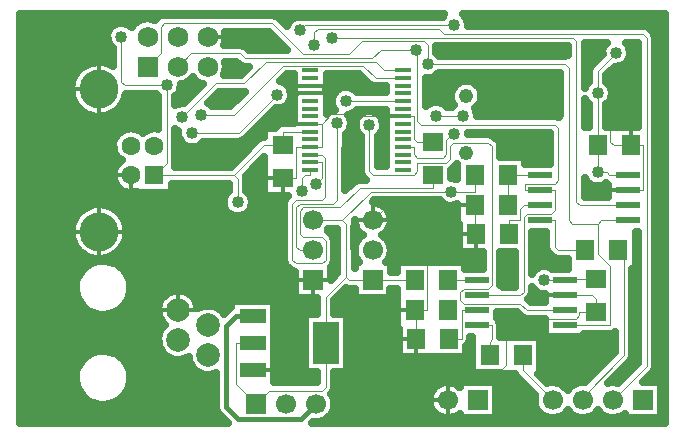
<source format=gbr>
G04 DipTrace 2.4.0.2*
%INBottom.gbr*%
%MOIN*%
%ADD14C,0.0039*%
%ADD15C,0.0157*%
%ADD16C,0.025*%
%ADD17C,0.013*%
%ADD18R,0.088X0.048*%
%ADD19R,0.0866X0.1417*%
%ADD20R,0.0669X0.0669*%
%ADD21C,0.0669*%
%ADD22R,0.063X0.0709*%
%ADD23R,0.0709X0.063*%
%ADD25R,0.0551X0.0118*%
%ADD26R,0.0689X0.0689*%
%ADD27C,0.0689*%
%ADD28R,0.0787X0.0236*%
%ADD29C,0.0787*%
%ADD34R,0.063X0.063*%
%ADD35C,0.063*%
%ADD36C,0.1299*%
%ADD37C,0.048*%
%ADD38C,0.04*%
%FSLAX44Y44*%
G04*
G70*
G90*
G75*
G01*
%LNBottom*%
%LPD*%
X8440Y16065D2*
D14*
X8883Y16508D1*
Y17390D1*
X9001Y17508D1*
X12597D1*
X13612Y16493D1*
X15160D1*
X15577Y16909D1*
X17663D1*
X17781Y16791D1*
Y16140D1*
X22362D1*
X22480Y16022D1*
Y10940D1*
X22598Y10822D1*
X23440D1*
X23558Y10940D1*
X24440D1*
X23440Y10822D2*
Y9806D1*
X23842Y9405D1*
Y7440D1*
X22338D1*
X11940Y6846D2*
X11402D1*
Y5479D1*
X12065Y4815D1*
X13869Y13893D2*
X12940D1*
Y13440D1*
X24440Y12440D2*
X23837D1*
X23739Y12539D1*
X23440D1*
X23389Y8991D2*
X22338D1*
Y8940D1*
X12940Y13440D2*
X12322D1*
X11322Y12440D1*
X11440Y12322D1*
Y11534D1*
X17338Y8940D2*
X15940D1*
X14378Y6846D2*
Y8385D1*
X15051Y9058D1*
Y10822D1*
X14933Y10940D1*
X15885Y11893D1*
X18543D1*
X19338D1*
Y12440D1*
X13940Y10940D2*
X14933D1*
X12065Y4815D2*
X12498Y5248D1*
X14260D1*
X14378Y5366D1*
Y6846D1*
X11322Y12440D2*
X8669D1*
X23440Y15168D2*
Y15900D1*
X24064Y16524D1*
X23440Y13440D2*
Y15168D1*
Y12539D2*
Y13440D1*
X22338Y8940D2*
X21665D1*
X22338D2*
D3*
X9083Y15435D2*
X7680D1*
X7562Y15553D1*
Y17065D1*
X8669Y12440D2*
X9083Y12855D1*
Y15435D1*
X15940Y8940D2*
X15169D1*
X15051Y9058D1*
X19424Y8440D2*
X20854D1*
X20972Y8558D1*
Y11039D1*
X21090Y11157D1*
X21901D1*
X22019Y11275D1*
Y11940D1*
X21527D1*
X17393Y16611D2*
X16210D1*
X15934Y16334D1*
X11702D1*
X11528Y16508D1*
X9883D1*
X9440Y16065D1*
X17393Y16611D2*
D3*
X21527Y11940D2*
X21035D1*
Y12157D1*
X22019D1*
X22137Y12275D1*
Y14007D1*
X22019Y14125D1*
X17550D1*
X17432Y14244D1*
Y16572D1*
X17393Y16611D1*
X15940Y10940D2*
X16440Y11440D1*
X17633D1*
X17751Y11322D1*
Y7940D1*
X17338D1*
X17940Y13543D2*
X17432D1*
X17314Y13661D1*
Y14405D1*
X16940D1*
X13869Y15428D2*
X14243D1*
Y15172D1*
X13869D1*
X17338Y7940D2*
D3*
X6814Y15302D2*
Y13612D1*
X6932Y13494D1*
Y12440D1*
X6814Y12322D1*
Y10562D1*
X23854Y15761D2*
Y13558D1*
X23972Y13440D1*
X24543D1*
X17751Y11322D2*
X17869Y11440D1*
X19338D1*
X6814Y10562D2*
X9787D1*
X10023Y10327D1*
X9460Y9764D1*
Y7940D1*
X6932Y12440D2*
X7881D1*
X17389Y6991D2*
Y6539D1*
X17507Y6420D1*
X18125D1*
X18558Y5987D1*
X20271D1*
X20389Y6106D1*
Y7486D1*
X23389Y7889D2*
Y8322D1*
X23271Y8440D1*
X22338D1*
X20389Y7486D2*
X20972D1*
X21143Y7657D1*
X22712D1*
X22830Y7775D1*
Y7889D1*
X23389D1*
X18440Y4940D2*
Y5869D1*
X18558Y5987D1*
X17338Y7940D2*
X17389D1*
Y6991D1*
X13327Y8439D2*
Y6058D1*
X13209Y5940D1*
X11940D1*
X13940Y8940D2*
Y8439D1*
X13327D1*
X12940Y12338D2*
Y10209D1*
X12822D1*
Y10091D1*
Y9058D1*
X12940Y8940D1*
X13940D1*
X13869Y13381D2*
X13393D1*
Y12338D1*
X12940D1*
X16940Y14405D2*
X15082D1*
X15019Y14468D1*
X14563D1*
X14243Y14149D1*
Y13381D1*
X13869D1*
Y14149D2*
X14243D1*
X13869Y15172D2*
X13495D1*
X13377Y15054D1*
Y14267D1*
X13495Y14149D1*
X13869D1*
X10023Y10327D2*
X12586D1*
X12822Y10091D1*
X24543Y13440D2*
X24956D1*
Y11940D1*
X24440D1*
X19389Y10491D2*
X19338Y10554D1*
Y11440D2*
Y10554D1*
X10221Y14448D2*
X11310D1*
X12959Y16098D1*
X15625D1*
X16038Y15684D1*
X16940D1*
X13869Y13125D2*
X14243D1*
X14361Y13007D1*
Y11728D1*
X14243Y11609D1*
X13389D1*
X13271Y11491D1*
Y9625D1*
X13389Y9507D1*
X14255D1*
X14373Y9625D1*
Y10255D1*
X14255Y10373D1*
X13625D1*
X13507Y10491D1*
Y11255D1*
X13625Y11373D1*
X14870D1*
X15508Y12011D1*
X17940D1*
Y12440D1*
X9585Y14374D2*
X10715Y15504D1*
X11661D1*
X12372Y16216D1*
X16052D1*
X16328Y15940D1*
X16940D1*
X13573Y11908D2*
Y12338D1*
X13691Y12456D1*
X13869D1*
Y12613D1*
X14052Y12157D2*
X14243Y12349D1*
Y12869D1*
X13869D1*
X14752Y14170D2*
Y11609D1*
X14634Y11491D1*
X13507D1*
X13389Y11373D1*
Y10058D1*
X13507Y9940D1*
X13940D1*
X15051Y14917D2*
X16940D1*
X18656Y17444D2*
X13695D1*
X13521Y17270D1*
X18656Y13827D2*
X18593D1*
X18393Y13627D1*
Y13145D1*
X18275Y13027D1*
X17432D1*
X17314Y13145D1*
Y13381D1*
X16940D1*
X19424Y7940D2*
X18905D1*
Y6991D1*
X18491D1*
X21527Y11440D2*
X20972D1*
X20854Y11322D1*
Y10944D1*
X20491D1*
Y10491D1*
X19424Y8940D2*
X18854D1*
X18440D1*
X20440Y11440D2*
Y12440D1*
X21527D1*
Y10940D2*
X22019D1*
Y10058D1*
X22137Y9940D1*
X23027D1*
X19424Y7440D2*
X19917D1*
Y6972D1*
X19838Y6893D1*
Y6440D1*
X15835Y14106D2*
Y12574D1*
X15953Y12456D1*
X17314D1*
X17432Y12574D1*
Y12854D1*
X18393D1*
X18511Y12972D1*
Y13410D1*
X18629Y13529D1*
X19798D1*
X19917Y13410D1*
Y8775D1*
X19798Y8657D1*
X18972D1*
X18854Y8539D1*
Y8275D1*
X18972Y8157D1*
X20866D1*
X21082Y7940D1*
X22338D1*
X14596Y17027D2*
X22613D1*
X22732Y16909D1*
Y11558D1*
X22850Y11440D1*
X24440D1*
X21940Y4940D2*
X20940Y5940D1*
Y6440D1*
X9923Y13838D2*
X11477D1*
X12770Y15131D1*
X18955Y14424D2*
X18059D1*
X22940Y4940D2*
Y5065D1*
X24315Y6440D1*
Y9940D1*
X24129D1*
X14000Y16791D2*
Y17207D1*
X14118Y17326D1*
X18150D1*
X18330Y17145D1*
X24956D1*
X25074Y17027D1*
Y6074D1*
X23940Y4940D1*
X14065Y4815D2*
D15*
X13565Y4315D1*
X11469D1*
X11065Y4719D1*
Y7415D1*
X11402Y7751D1*
X11940D1*
D38*
X17781Y16140D3*
X11440Y11534D3*
X24064Y16524D3*
X21665Y8940D3*
X7562Y17065D3*
X9083Y15435D3*
X23440Y15168D3*
X18543Y11893D3*
X23440Y12539D3*
X17393Y16611D3*
X13327Y8439D3*
X23854Y15761D3*
X20389Y7486D3*
X10221Y14448D3*
X9585Y14374D3*
X13573Y11908D3*
X14052Y12157D3*
X14752Y14170D3*
X15051Y14917D3*
X13521Y17270D3*
X18656Y17444D3*
Y13827D3*
X15835Y14106D3*
X14596Y17027D3*
X12770Y15131D3*
X9923Y13838D3*
X14000Y16791D3*
X18059Y14424D3*
X18955D3*
X4215Y17566D2*
D16*
X8069D1*
X12967D2*
X13138D1*
X19131D2*
X25667D1*
X4215Y17318D2*
X7148D1*
X25209D2*
X25667D1*
X4215Y17069D2*
X7073D1*
X11073D2*
X12609D1*
X25381D2*
X25667D1*
X4215Y16820D2*
X7144D1*
X11022D2*
X12859D1*
X23041D2*
X23683D1*
X24448D2*
X24765D1*
X25385D2*
X25667D1*
X4215Y16572D2*
X7253D1*
X18092D2*
X22421D1*
X23041D2*
X23577D1*
X24553D2*
X24765D1*
X25385D2*
X25667D1*
X4215Y16323D2*
X7253D1*
X23041D2*
X23437D1*
X24510D2*
X24765D1*
X25385D2*
X25667D1*
X4215Y16074D2*
X6300D1*
X11073D2*
X11562D1*
X23041D2*
X23191D1*
X24209D2*
X24765D1*
X25385D2*
X25667D1*
X4215Y15826D2*
X6038D1*
X11026D2*
X11554D1*
X18147D2*
X22171D1*
X23041D2*
X23130D1*
X23795D2*
X24765D1*
X25385D2*
X25667D1*
X4215Y15577D2*
X5917D1*
X9830D2*
X10050D1*
X12928D2*
X13304D1*
X14436D2*
X15718D1*
X17741D2*
X18905D1*
X19225D2*
X22171D1*
X23041D2*
X23130D1*
X23748D2*
X24765D1*
X25385D2*
X25667D1*
X4215Y15328D2*
X5874D1*
X9561D2*
X10112D1*
X13217D2*
X13303D1*
X14436D2*
X14812D1*
X15291D2*
X16374D1*
X17741D2*
X18597D1*
X19534D2*
X22171D1*
X23901D2*
X24765D1*
X25385D2*
X25667D1*
X4215Y15080D2*
X5901D1*
X7725D2*
X8757D1*
X9409D2*
X9862D1*
X10717D2*
X11515D1*
X14436D2*
X14589D1*
X17741D2*
X18534D1*
X19596D2*
X22171D1*
X23920D2*
X24765D1*
X25385D2*
X25667D1*
X4215Y14831D2*
X6007D1*
X7623D2*
X8773D1*
X9393D2*
X9475D1*
X10510D2*
X11265D1*
X13151D2*
X13304D1*
X14436D2*
X14569D1*
X18307D2*
X18609D1*
X19522D2*
X22171D1*
X23787D2*
X24765D1*
X25385D2*
X25667D1*
X4215Y14582D2*
X6226D1*
X7401D2*
X8773D1*
X12647D2*
X13304D1*
X14436D2*
X14514D1*
X15397D2*
X16374D1*
X19416D2*
X22171D1*
X23041D2*
X23130D1*
X23748D2*
X24765D1*
X25385D2*
X25667D1*
X4215Y14334D2*
X8773D1*
X12401D2*
X13304D1*
X15213D2*
X15405D1*
X16264D2*
X16374D1*
X23041D2*
X23130D1*
X23748D2*
X24765D1*
X25385D2*
X25667D1*
X4215Y14085D2*
X8773D1*
X12151D2*
X12706D1*
X15233D2*
X15346D1*
X23041D2*
X23130D1*
X23748D2*
X24765D1*
X25385D2*
X25667D1*
X4215Y13836D2*
X7448D1*
X11901D2*
X12296D1*
X15100D2*
X15433D1*
X16237D2*
X16376D1*
X19147D2*
X21827D1*
X25385D2*
X25667D1*
X4215Y13587D2*
X7300D1*
X9393D2*
X9506D1*
X11635D2*
X12042D1*
X15061D2*
X15526D1*
X16143D2*
X16374D1*
X20162D2*
X21827D1*
X25385D2*
X25667D1*
X4215Y13339D2*
X7284D1*
X9393D2*
X11792D1*
X15061D2*
X15526D1*
X16143D2*
X16374D1*
X20225D2*
X21827D1*
X25385D2*
X25667D1*
X4215Y13090D2*
X7382D1*
X9393D2*
X11546D1*
X15061D2*
X15526D1*
X16143D2*
X16374D1*
X20225D2*
X21827D1*
X25385D2*
X25667D1*
X4215Y12841D2*
X7437D1*
X9393D2*
X11296D1*
X12151D2*
X12296D1*
X15061D2*
X15526D1*
X16143D2*
X16374D1*
X21045D2*
X21827D1*
X25385D2*
X25667D1*
X4215Y12593D2*
X7296D1*
X11901D2*
X12296D1*
X15061D2*
X15526D1*
X18584D2*
X18734D1*
X25385D2*
X25667D1*
X4215Y12344D2*
X7284D1*
X11748D2*
X12296D1*
X15061D2*
X15636D1*
X25385D2*
X25667D1*
X4215Y12095D2*
X7390D1*
X9272D2*
X11132D1*
X11748D2*
X12296D1*
X15061D2*
X15167D1*
X23041D2*
X23276D1*
X23604D2*
X23757D1*
X25385D2*
X25667D1*
X4215Y11847D2*
X11069D1*
X11811D2*
X12296D1*
X23041D2*
X23757D1*
X25385D2*
X25667D1*
X4215Y11598D2*
X10956D1*
X11924D2*
X12984D1*
X16018D2*
X18159D1*
X25385D2*
X25667D1*
X4215Y11349D2*
X6323D1*
X7303D2*
X10987D1*
X11893D2*
X12960D1*
X16405D2*
X18734D1*
X25385D2*
X25667D1*
X4215Y11101D2*
X6050D1*
X7576D2*
X11245D1*
X11635D2*
X12960D1*
X16541D2*
X18734D1*
X25385D2*
X25667D1*
X4215Y10852D2*
X5921D1*
X7705D2*
X12960D1*
X16557D2*
X18734D1*
X25385D2*
X25667D1*
X4215Y10603D2*
X5874D1*
X7752D2*
X12960D1*
X14459D2*
X14741D1*
X16459D2*
X18784D1*
X25385D2*
X25667D1*
X4215Y10355D2*
X5898D1*
X7729D2*
X12960D1*
X14666D2*
X14744D1*
X15362D2*
X15479D1*
X16397D2*
X18784D1*
X21280D2*
X21710D1*
X25385D2*
X25667D1*
X4215Y10106D2*
X5995D1*
X7631D2*
X12960D1*
X16541D2*
X18784D1*
X21280D2*
X21710D1*
X25385D2*
X25667D1*
X4215Y9857D2*
X6206D1*
X7420D2*
X12960D1*
X16557D2*
X19609D1*
X20225D2*
X20663D1*
X21280D2*
X21792D1*
X25385D2*
X25667D1*
X4215Y9608D2*
X12960D1*
X16463D2*
X19609D1*
X20225D2*
X20663D1*
X21280D2*
X22421D1*
X25385D2*
X25667D1*
X4215Y9360D2*
X6327D1*
X7592D2*
X13109D1*
X14565D2*
X14741D1*
X16565D2*
X16734D1*
X19045D2*
X19609D1*
X20225D2*
X20663D1*
X21280D2*
X21441D1*
X21889D2*
X22421D1*
X25385D2*
X25667D1*
X4215Y9111D2*
X6136D1*
X7787D2*
X13316D1*
X14565D2*
X14675D1*
X20225D2*
X20663D1*
X24623D2*
X24766D1*
X25385D2*
X25667D1*
X4215Y8862D2*
X6046D1*
X7873D2*
X13316D1*
X20225D2*
X20663D1*
X24623D2*
X24766D1*
X25385D2*
X25667D1*
X4215Y8614D2*
X6034D1*
X7885D2*
X13316D1*
X15034D2*
X15316D1*
X16565D2*
X16734D1*
X24623D2*
X24766D1*
X25385D2*
X25667D1*
X4215Y8365D2*
X6089D1*
X7830D2*
X8933D1*
X9987D2*
X13316D1*
X14784D2*
X15316D1*
X16565D2*
X16734D1*
X21205D2*
X21655D1*
X24623D2*
X24766D1*
X25385D2*
X25667D1*
X4215Y8116D2*
X6237D1*
X7686D2*
X8800D1*
X10119D2*
X11210D1*
X12670D2*
X14069D1*
X14686D2*
X16734D1*
X24623D2*
X24766D1*
X25385D2*
X25667D1*
X4215Y7868D2*
X6558D1*
X7362D2*
X8780D1*
X12670D2*
X14069D1*
X14686D2*
X16734D1*
X20108D2*
X20726D1*
X24623D2*
X24766D1*
X25385D2*
X25667D1*
X4215Y7619D2*
X8859D1*
X12670D2*
X13655D1*
X15100D2*
X16734D1*
X20162D2*
X21655D1*
X24623D2*
X24766D1*
X25385D2*
X25667D1*
X4215Y7370D2*
X8937D1*
X12670D2*
X13655D1*
X15100D2*
X16734D1*
X20225D2*
X21655D1*
X24623D2*
X24766D1*
X25385D2*
X25667D1*
X4215Y7122D2*
X8800D1*
X12670D2*
X13655D1*
X15100D2*
X16784D1*
X20225D2*
X21655D1*
X23022D2*
X24007D1*
X24623D2*
X24766D1*
X25385D2*
X25667D1*
X4215Y6873D2*
X8780D1*
X12670D2*
X13655D1*
X15100D2*
X16784D1*
X21545D2*
X24007D1*
X24623D2*
X24766D1*
X25385D2*
X25667D1*
X4215Y6624D2*
X8859D1*
X12670D2*
X13655D1*
X15100D2*
X16784D1*
X19096D2*
X19233D1*
X21545D2*
X24007D1*
X24623D2*
X24766D1*
X25385D2*
X25667D1*
X4215Y6376D2*
X6347D1*
X7576D2*
X9097D1*
X12670D2*
X13655D1*
X15100D2*
X16784D1*
X19096D2*
X19233D1*
X21545D2*
X23823D1*
X24616D2*
X24766D1*
X25385D2*
X25667D1*
X4215Y6127D2*
X6144D1*
X7776D2*
X9855D1*
X12670D2*
X13655D1*
X15100D2*
X19234D1*
X21545D2*
X23573D1*
X24428D2*
X24698D1*
X25385D2*
X25667D1*
X4215Y5878D2*
X6050D1*
X7869D2*
X10093D1*
X12670D2*
X13655D1*
X15100D2*
X19234D1*
X21545D2*
X23327D1*
X24182D2*
X24452D1*
X25307D2*
X25667D1*
X4215Y5629D2*
X6034D1*
X7889D2*
X10698D1*
X12670D2*
X14069D1*
X14686D2*
X20823D1*
X21678D2*
X23077D1*
X23932D2*
X24202D1*
X25057D2*
X25667D1*
X4215Y5381D2*
X6085D1*
X7834D2*
X10698D1*
X14686D2*
X18007D1*
X20065D2*
X21073D1*
X22373D2*
X22510D1*
X25565D2*
X25667D1*
X4215Y5132D2*
X6222D1*
X7698D2*
X10698D1*
X14600D2*
X17847D1*
X20065D2*
X21319D1*
X25565D2*
X25667D1*
X4215Y4883D2*
X6526D1*
X7393D2*
X10698D1*
X14686D2*
X17819D1*
X20065D2*
X21319D1*
X25565D2*
X25667D1*
X4215Y4635D2*
X10706D1*
X14662D2*
X17898D1*
X20065D2*
X21398D1*
X25565D2*
X25667D1*
X4215Y4386D2*
X10886D1*
X14510D2*
X18187D1*
X18694D2*
X18816D1*
X20065D2*
X21687D1*
X22194D2*
X22687D1*
X23194D2*
X23687D1*
X24194D2*
X24316D1*
X25565D2*
X25667D1*
X12645Y6445D2*
Y5533D1*
X14096D1*
X14093Y5870D1*
X13680Y5872D1*
Y7819D1*
X14090D1*
X14093Y8342D1*
X13341Y8341D1*
Y9227D1*
X13283Y9243D1*
X13188Y9306D1*
X13070Y9424D1*
X13008Y9516D1*
X12986Y9625D1*
Y11491D1*
X13016Y11615D1*
X13070Y11693D1*
X13136Y11759D1*
X12321Y11758D1*
Y13036D1*
X11708Y12424D1*
X11725Y12322D1*
X11727Y11900D1*
X11814Y11810D1*
X11874Y11701D1*
X11905Y11534D1*
X11888Y11410D1*
X11839Y11296D1*
X11762Y11198D1*
X11661Y11125D1*
X11545Y11081D1*
X11420Y11069D1*
X11298Y11091D1*
X11185Y11145D1*
X11091Y11227D1*
X11022Y11330D1*
X10983Y11449D1*
X10977Y11573D1*
X11004Y11695D1*
X11062Y11805D1*
X11158Y11902D1*
X11156Y12155D1*
X9248Y12156D1*
Y11860D1*
X8089D1*
X8087Y11898D1*
X7967Y11867D1*
X7842Y11862D1*
X7719Y11883D1*
X7604Y11931D1*
X7501Y12002D1*
X7416Y12093D1*
X7353Y12201D1*
X7314Y12319D1*
X7301Y12443D1*
X7315Y12567D1*
X7356Y12685D1*
X7420Y12792D1*
X7506Y12883D1*
X7575Y12933D1*
X7465Y13021D1*
X7388Y13119D1*
X7334Y13231D1*
X7306Y13353D1*
X7304Y13478D1*
X7328Y13600D1*
X7379Y13714D1*
X7452Y13815D1*
X7546Y13897D1*
X7655Y13958D1*
X7774Y13994D1*
X7898Y14004D1*
X8022Y13987D1*
X8139Y13944D1*
X8244Y13877D1*
X8275Y13846D1*
X8333Y13897D1*
X8442Y13958D1*
X8561Y13994D1*
X8686Y14004D1*
X8798Y13989D1*
Y15070D1*
X8719Y15150D1*
X7712D1*
X7701Y15080D1*
X7653Y14938D1*
X7582Y14806D1*
X7491Y14687D1*
X7381Y14585D1*
X7256Y14502D1*
X7120Y14440D1*
X6975Y14402D1*
X6826Y14388D1*
X6676Y14398D1*
X6530Y14433D1*
X6392Y14491D1*
X6265Y14571D1*
X6153Y14670D1*
X6059Y14787D1*
X5985Y14917D1*
X5933Y15057D1*
X5905Y15204D1*
X5901Y15354D1*
X5922Y15503D1*
X5967Y15646D1*
X6034Y15779D1*
X6122Y15900D1*
X6229Y16005D1*
X6352Y16091D1*
X6487Y16156D1*
X6631Y16198D1*
X6780Y16216D1*
X6929Y16210D1*
X7076Y16179D1*
X7215Y16124D1*
X7278Y16090D1*
Y16697D1*
X7213Y16758D1*
X7144Y16862D1*
X7105Y16980D1*
X7099Y17105D1*
X7126Y17226D1*
X7184Y17336D1*
X7270Y17427D1*
X7377Y17491D1*
X7497Y17525D1*
X7621Y17526D1*
X7742Y17494D1*
X7849Y17431D1*
X7911Y17367D1*
X7997Y17483D1*
X8091Y17565D1*
X8200Y17625D1*
X8319Y17662D1*
X8443Y17675D1*
X8567Y17661D1*
X8703Y17613D1*
X8800Y17709D1*
X8892Y17771D1*
X9001Y17793D1*
X12597D1*
X12721Y17763D1*
X12675Y17782D1*
X12798Y17709D1*
X13085Y17431D1*
X13143Y17541D1*
X13229Y17631D1*
X13335Y17696D1*
X13455Y17730D1*
X13580Y17731D1*
X13621Y17720D1*
X13695Y17728D1*
X18293D1*
X18315Y17815D1*
X4190D1*
Y4190D1*
X11108D1*
X10822Y4476D1*
X10752Y4578D1*
X10721Y4719D1*
Y5840D1*
X10618Y5801D1*
X10494Y5782D1*
X10370Y5788D1*
X10248Y5816D1*
X10134Y5868D1*
X10032Y5939D1*
X9945Y6029D1*
X9877Y6133D1*
X9830Y6249D1*
X9805Y6383D1*
X9736Y6342D1*
X9618Y6301D1*
X9494Y6282D1*
X9370Y6288D1*
X9248Y6316D1*
X9134Y6368D1*
X9032Y6439D1*
X8945Y6529D1*
X8877Y6633D1*
X8830Y6749D1*
X8805Y6871D1*
X8804Y6996D1*
X8826Y7119D1*
X8871Y7235D1*
X8937Y7341D1*
X9032Y7439D1*
X8945Y7529D1*
X8877Y7633D1*
X8830Y7749D1*
X8805Y7871D1*
X8804Y7996D1*
X8826Y8119D1*
X8871Y8235D1*
X8937Y8341D1*
X9022Y8432D1*
X9123Y8506D1*
X9236Y8559D1*
X9357Y8591D1*
X9481Y8598D1*
X9605Y8583D1*
X9724Y8544D1*
X9833Y8483D1*
X9928Y8403D1*
X10007Y8306D1*
X10067Y8196D1*
X10104Y8077D1*
X10116Y8001D1*
X10236Y8059D1*
X10357Y8091D1*
X10481Y8098D1*
X10605Y8083D1*
X10724Y8044D1*
X10833Y7983D1*
X10928Y7903D1*
X10990Y7827D1*
X11162Y7996D1*
X11213Y8037D1*
X11235Y8121D1*
Y8256D1*
X12645D1*
X12641Y7246D1*
X12645Y6976D1*
X12641Y6341D1*
X23793Y5518D2*
X23865Y5535D1*
X23990Y5538D1*
X24108Y5515D1*
X24791Y6194D1*
X24789Y8199D1*
Y10554D1*
X24712Y10557D1*
X24709Y9321D1*
X24600Y9315D1*
Y6440D1*
X24570Y6316D1*
X24589Y6362D1*
X24516Y6239D1*
X23801Y5524D1*
X22440Y5267D2*
X22531Y5378D1*
X22631Y5454D1*
X22743Y5507D1*
X22865Y5535D1*
X23009Y5534D1*
X24029Y6556D1*
X24031Y7225D1*
X23909Y7164D1*
X23842Y7156D1*
X22994D1*
X22996Y7057D1*
X21679D1*
Y7655D1*
X21082Y7656D1*
X20958Y7685D1*
X21004Y7667D1*
X20881Y7739D1*
X20741Y7872D1*
X20080D1*
X20083Y7671D1*
X20165Y7578D1*
X20201Y7440D1*
Y7056D1*
X20418Y7059D1*
X21520D1*
Y5821D1*
X21461D1*
X21768Y5514D1*
X21865Y5535D1*
X21990Y5538D1*
X22112Y5514D1*
X22227Y5466D1*
X22330Y5396D1*
X22416Y5305D1*
X22438Y5268D1*
X12446Y14020D2*
X12684D1*
X12709Y14059D1*
X12802Y14142D1*
X12940Y14178D1*
X13327D1*
X13333Y14217D1*
X13329Y14300D1*
X13333Y14985D1*
X13329Y14973D1*
Y15815D1*
X13074Y15813D1*
X12854Y15590D1*
X12949Y15560D1*
X13057Y15497D1*
X13144Y15408D1*
X13204Y15298D1*
X13235Y15131D1*
X13218Y15008D1*
X13169Y14893D1*
X13092Y14795D1*
X12991Y14722D1*
X12874Y14678D1*
X12750Y14667D1*
X12716Y14673D1*
X11678Y13637D1*
X11570Y13570D1*
X11615Y13589D1*
X11477Y13553D1*
X10293D1*
X10245Y13502D1*
X10144Y13429D1*
X10027Y13385D1*
X9903Y13373D1*
X9781Y13395D1*
X9668Y13449D1*
X9574Y13531D1*
X9505Y13634D1*
X9466Y13753D1*
X9460Y13877D1*
X9471Y13927D1*
X9368Y13967D1*
Y12855D1*
X9338Y12731D1*
X9355Y12773D1*
X9419Y12725D1*
X11209Y12730D1*
X12121Y13641D1*
X12229Y13708D1*
X12184Y13689D1*
X12308Y13724D1*
X12321Y13735D1*
Y14020D1*
X12446D1*
X18559Y12626D2*
Y12360D1*
X18722Y12322D1*
X18759Y12300D1*
X18757Y12790D1*
X18743Y12804D1*
X18591Y12650D1*
X20685Y9872D2*
X20200D1*
Y8774D1*
X20299Y8725D1*
X20686D1*
X20687Y9875D1*
X19632Y9872D2*
X18809D1*
Y10821D1*
X18758D1*
Y11481D1*
X18647Y11440D1*
X18523Y11428D1*
X18400Y11450D1*
X18288Y11504D1*
X18178Y11608D1*
X15998Y11603D1*
X15940Y11540D1*
X16064Y11527D1*
X16183Y11489D1*
X16291Y11426D1*
X16384Y11343D1*
X16458Y11243D1*
X16509Y11129D1*
X16536Y11007D1*
X16538Y10890D1*
X16514Y10768D1*
X16466Y10653D1*
X16395Y10550D1*
X16305Y10464D1*
X16271Y10440D1*
X16330Y10396D1*
X16416Y10305D1*
X16481Y10199D1*
X16523Y10081D1*
X16540Y9940D1*
X16527Y9816D1*
X16488Y9697D1*
X16426Y9589D1*
X16382Y9540D1*
X16540D1*
Y9223D1*
X16757Y9225D1*
X16758Y9559D1*
X17918Y9556D1*
X17860Y9559D1*
X19020D1*
Y9321D1*
X19629Y9323D1*
X19632Y9872D1*
X22447Y9325D2*
Y9653D1*
X22137Y9656D1*
X22013Y9685D1*
X21936Y9739D1*
X21818Y9857D1*
X21756Y9949D1*
X21734Y10058D1*
Y10554D1*
X21260Y10557D1*
X21256Y10164D1*
Y9160D1*
X21288Y9211D1*
X21373Y9302D1*
X21480Y9366D1*
X21600Y9400D1*
X21724Y9401D1*
X21845Y9369D1*
X21929Y9323D1*
X22449D1*
X23013Y14059D2*
X23156Y14065D1*
Y14803D1*
X23091Y14860D1*
X23016Y14983D1*
Y14061D1*
X23724Y14059D2*
X24020Y14056D1*
X24038Y14059D1*
X24790D1*
X24789Y16859D1*
X24382Y16861D1*
X24438Y16800D1*
X24498Y16691D1*
X24529Y16524D1*
X24513Y16400D1*
X24464Y16286D1*
X24386Y16188D1*
X24285Y16115D1*
X24169Y16071D1*
X24045Y16059D1*
X24010Y16065D1*
X23727Y15784D1*
Y15533D1*
X23814Y15444D1*
X23874Y15335D1*
X23905Y15168D1*
X23888Y15044D1*
X23839Y14929D1*
X23762Y14832D1*
X23727Y14807D1*
X23725Y14062D1*
X16402Y15360D2*
X16400Y15403D1*
X16190Y15400D1*
X16038D1*
X15914Y15429D1*
X15960Y15411D1*
X15837Y15483D1*
X15500Y15813D1*
X14410D1*
X14406Y15616D1*
X14410Y15627D1*
Y14481D1*
X14460Y14531D1*
X14567Y14596D1*
X14683Y14629D1*
X14633Y14713D1*
X14594Y14831D1*
X14588Y14956D1*
X14615Y15078D1*
X14673Y15188D1*
X14759Y15278D1*
X14865Y15343D1*
X14985Y15377D1*
X15110Y15378D1*
X15230Y15345D1*
X15338Y15282D1*
X15426Y15201D1*
X16398D1*
X16404Y15241D1*
X16400Y15354D1*
X16402Y13057D2*
X16400Y13705D1*
X16402Y13569D1*
X16400Y13944D1*
Y14473D1*
X16315Y14632D1*
X15421D1*
X15372Y14581D1*
X15272Y14507D1*
X15155Y14463D1*
X15113Y14460D1*
X15186Y14337D1*
X15217Y14170D1*
X15201Y14046D1*
X15152Y13932D1*
X15074Y13834D1*
X15039Y13809D1*
X15037Y12920D1*
Y11939D1*
X15307Y12212D1*
X15416Y12279D1*
X15370Y12260D1*
X15508Y12296D1*
X15707D1*
X15634Y12373D1*
X15572Y12465D1*
X15550Y12574D1*
Y13742D1*
X15486Y13799D1*
X15417Y13903D1*
X15378Y14021D1*
X15372Y14146D1*
X15399Y14267D1*
X15457Y14377D1*
X15543Y14468D1*
X15650Y14533D1*
X15769Y14567D1*
X15894D1*
X16014Y14535D1*
X16122Y14472D1*
X16209Y14383D1*
X16269Y14274D1*
X16300Y14106D1*
X16283Y13983D1*
X16234Y13868D1*
X16157Y13771D1*
X16122Y13745D1*
X16120Y12856D1*
Y12743D1*
X16402Y12741D1*
X16404Y12937D1*
X16400Y13051D1*
X16404Y13449D1*
X16400Y13563D1*
X16404Y13961D1*
X16400Y14069D1*
X16404Y14217D1*
X16400Y14587D1*
Y14631D1*
X9940Y15717D2*
X9856Y15619D1*
X9756Y15544D1*
X9643Y15491D1*
X9549Y15468D1*
X9531Y15311D1*
X9482Y15197D1*
X9405Y15099D1*
X9370Y15074D1*
X9368Y14783D1*
X9399Y14800D1*
X9519Y14834D1*
X9648Y14840D1*
X10286Y15479D1*
X10159Y15525D1*
X10054Y15593D1*
X9966Y15682D1*
X9943Y15718D1*
X11037Y15941D2*
X10982Y15792D1*
X11547Y15789D1*
X11805Y16051D1*
X11702Y16049D1*
X11578Y16079D1*
X11623Y16060D1*
X11501Y16133D1*
X11403Y16223D1*
X11031D1*
X11050Y16065D1*
X11037Y15941D1*
X11049Y17040D2*
X11031Y16917D1*
X10985Y16793D1*
X11528D1*
X11652Y16763D1*
X11606Y16782D1*
X11729Y16709D1*
X11827Y16618D1*
X13081D1*
X12480Y17222D1*
X11030Y17223D1*
X11049Y17094D1*
Y17040D1*
X21679Y8225D2*
Y8475D1*
X21523Y8498D1*
X21411Y8551D1*
X21316Y8633D1*
X21258Y8720D1*
X21256Y8558D1*
X21227Y8434D1*
X21173Y8357D1*
X21121Y8305D1*
X21207Y8225D1*
X21680D1*
X21683Y8323D1*
X23782Y11725D2*
Y12132D1*
X23727Y12178D1*
X23661Y12130D1*
X23545Y12086D1*
X23420Y12074D1*
X23298Y12096D1*
X23185Y12150D1*
X23091Y12231D1*
X23016Y12354D1*
Y11725D1*
X23725D1*
X21020Y12823D2*
X21856D1*
X21852Y13400D1*
Y13841D1*
X19124D1*
X19120Y13815D1*
X19798Y13813D1*
X19923Y13784D1*
X20000Y13730D1*
X20118Y13612D1*
X20179Y13520D1*
X20201Y13410D1*
Y13063D1*
X20735Y13059D1*
X21020D1*
Y12821D1*
X14540Y9389D2*
Y8950D1*
X14766Y9183D1*
Y10656D1*
X14468D1*
X14456Y10574D1*
X14574Y10456D1*
X14636Y10364D1*
X14658Y10255D1*
Y9625D1*
X14628Y9501D1*
X14574Y9424D1*
X14538Y9387D1*
X15466Y9540D2*
X15493D1*
X15395Y9690D1*
X15355Y9808D1*
X15341Y9932D1*
X15352Y10056D1*
X15389Y10175D1*
X15449Y10284D1*
X15531Y10378D1*
X15609Y10437D1*
X15508Y10525D1*
X15431Y10624D1*
X15377Y10736D1*
X15346Y10857D1*
X15341Y10946D1*
X15335Y10572D1*
X15341Y9341D1*
Y9540D1*
X15466D1*
X18966Y5540D2*
X20040D1*
Y4341D1*
X18841D1*
Y4493D1*
X18742Y4422D1*
X18629Y4371D1*
X18507Y4344D1*
X18382Y4343D1*
X18260Y4368D1*
X18145Y4418D1*
X18044Y4490D1*
X17959Y4582D1*
X17895Y4690D1*
X17855Y4808D1*
X17841Y4932D1*
X17852Y5056D1*
X17889Y5175D1*
X17949Y5284D1*
X18031Y5378D1*
X18131Y5454D1*
X18243Y5507D1*
X18365Y5535D1*
X18490Y5538D1*
X18612Y5514D1*
X18727Y5466D1*
X18830Y5396D1*
X18841Y5386D1*
Y5540D1*
X18966D1*
X7856Y5565D2*
X7830Y5443D1*
X7788Y5326D1*
X7730Y5215D1*
X7657Y5114D1*
X7571Y5023D1*
X7473Y4945D1*
X7366Y4882D1*
X7251Y4833D1*
X7130Y4801D1*
X7006Y4786D1*
X6881Y4789D1*
X6758Y4808D1*
X6638Y4844D1*
X6525Y4897D1*
X6420Y4964D1*
X6325Y5046D1*
X6242Y5139D1*
X6173Y5243D1*
X6119Y5356D1*
X6081Y5475D1*
X6060Y5598D1*
X6056Y5723D1*
X6069Y5847D1*
X6099Y5968D1*
X6146Y6084D1*
X6208Y6193D1*
X6284Y6291D1*
X6373Y6379D1*
X6474Y6453D1*
X6584Y6513D1*
X6700Y6557D1*
X6822Y6584D1*
X6947Y6595D1*
X7071Y6588D1*
X7194Y6564D1*
X7312Y6523D1*
X7424Y6467D1*
X7526Y6396D1*
X7618Y6311D1*
X7697Y6214D1*
X7762Y6108D1*
X7812Y5993D1*
X7846Y5873D1*
X7865Y5690D1*
X7856Y5565D1*
Y8565D2*
X7830Y8443D1*
X7788Y8326D1*
X7730Y8215D1*
X7657Y8114D1*
X7571Y8023D1*
X7473Y7945D1*
X7366Y7882D1*
X7251Y7833D1*
X7130Y7801D1*
X7006Y7786D1*
X6881Y7789D1*
X6758Y7808D1*
X6638Y7844D1*
X6525Y7897D1*
X6420Y7964D1*
X6325Y8046D1*
X6242Y8139D1*
X6173Y8243D1*
X6119Y8356D1*
X6081Y8475D1*
X6060Y8598D1*
X6056Y8723D1*
X6069Y8847D1*
X6099Y8968D1*
X6146Y9084D1*
X6208Y9193D1*
X6284Y9291D1*
X6373Y9379D1*
X6474Y9453D1*
X6584Y9513D1*
X6700Y9557D1*
X6822Y9584D1*
X6947Y9595D1*
X7071Y9588D1*
X7194Y9564D1*
X7312Y9523D1*
X7424Y9467D1*
X7526Y9396D1*
X7618Y9311D1*
X7697Y9214D1*
X7762Y9108D1*
X7812Y8993D1*
X7846Y8873D1*
X7865Y8690D1*
X7856Y8565D1*
X7728Y10537D2*
X7712Y10388D1*
X7672Y10244D1*
X7608Y10108D1*
X7523Y9985D1*
X7420Y9877D1*
X7299Y9787D1*
X7166Y9718D1*
X7024Y9672D1*
X6876Y9650D1*
X6726Y9652D1*
X6578Y9679D1*
X6437Y9729D1*
X6306Y9802D1*
X6189Y9895D1*
X6088Y10006D1*
X6007Y10132D1*
X5948Y10269D1*
X5912Y10415D1*
X5900Y10564D1*
X5912Y10713D1*
X5949Y10859D1*
X6009Y10996D1*
X6091Y11122D1*
X6192Y11232D1*
X6309Y11325D1*
X6441Y11397D1*
X6582Y11447D1*
X6730Y11473D1*
X6880Y11474D1*
X7028Y11451D1*
X7170Y11405D1*
X7303Y11335D1*
X7422Y11245D1*
X7526Y11137D1*
X7610Y11013D1*
X7673Y10877D1*
X7713Y10732D1*
X7728Y10583D1*
Y10537D1*
X19555Y14966D2*
X19509Y14850D1*
X19437Y14749D1*
X19345Y14670D1*
X19388Y14591D1*
X19420Y14424D1*
X19425Y14410D1*
X22019D1*
X22143Y14381D1*
X22128Y14388D1*
X22195Y14440D1*
Y15858D1*
X20612Y15856D1*
X18147D1*
X18102Y15805D1*
X18002Y15731D1*
X17885Y15687D1*
X17761Y15676D1*
X17719Y15683D1*
X17717Y14740D1*
X17767Y14786D1*
X17874Y14850D1*
X17994Y14884D1*
X18118Y14885D1*
X18239Y14853D1*
X18346Y14790D1*
X18434Y14708D1*
X18587D1*
X18666Y14788D1*
X18604Y14885D1*
X18568Y15004D1*
X18562Y15129D1*
X18587Y15251D1*
X18641Y15363D1*
X18720Y15459D1*
X18821Y15532D1*
X18937Y15579D1*
X19061Y15595D1*
X19185Y15581D1*
X19301Y15537D1*
X19403Y15465D1*
X19485Y15371D1*
X19541Y15259D1*
X19570Y15090D1*
X19555Y14966D1*
X18064Y16508D2*
X18146Y16425D1*
X22362Y16424D1*
X22447Y16433D1*
Y16742D1*
X18063Y16743D1*
X18065Y16506D1*
X23606Y16466D2*
X23601Y16563D1*
X23628Y16685D1*
X23687Y16795D1*
X23748Y16860D1*
X23015Y16861D1*
X23016Y15358D1*
X23062Y15439D1*
X23158Y15535D1*
X23156Y15900D1*
X23185Y16024D1*
X23167Y15978D1*
X23239Y16101D1*
X23601Y16463D1*
X10458Y14844D2*
X10508Y14814D1*
X10596Y14733D1*
X11197Y14738D1*
X11680Y15221D1*
X10829Y15220D1*
X10460Y14847D1*
X14662Y8264D2*
X14660Y7819D1*
X15076D1*
Y5872D1*
X14665D1*
X14662Y5366D1*
X14633Y5242D1*
X14579Y5165D1*
X14562Y5148D1*
X14606Y5074D1*
X14648Y4956D1*
X14665Y4815D1*
X14652Y4691D1*
X14613Y4572D1*
X14551Y4464D1*
X14468Y4371D1*
X14367Y4297D1*
X14254Y4246D1*
X14132Y4219D1*
X14007Y4218D1*
X13965Y4227D1*
X13924Y4188D1*
X15940Y4190D1*
X25690D1*
Y17815D1*
X18943Y17810D1*
X19030Y17720D1*
X19090Y17611D1*
X19121Y17444D1*
X19120Y17432D1*
X21455Y17430D1*
X24956D1*
X25080Y17400D1*
X25157Y17347D1*
X25275Y17228D1*
X25337Y17136D1*
X25359Y17027D1*
Y6074D1*
X25329Y5950D1*
X25348Y5996D1*
X25275Y5873D1*
X24941Y5539D1*
X25540Y5540D1*
Y4341D1*
X24341D1*
Y4493D1*
X24242Y4422D1*
X24129Y4371D1*
X24007Y4344D1*
X23882Y4343D1*
X23760Y4368D1*
X23645Y4418D1*
X23544Y4490D1*
X23441Y4612D1*
X23343Y4496D1*
X23242Y4422D1*
X23129Y4371D1*
X23007Y4344D1*
X22882Y4343D1*
X22760Y4368D1*
X22645Y4418D1*
X22544Y4490D1*
X22441Y4612D1*
X22343Y4496D1*
X22242Y4422D1*
X22129Y4371D1*
X22007Y4344D1*
X21882Y4343D1*
X21760Y4368D1*
X21645Y4418D1*
X21544Y4490D1*
X21459Y4582D1*
X21395Y4690D1*
X21355Y4808D1*
X21341Y4932D1*
X21352Y5056D1*
X21369Y5112D1*
X20737Y5742D1*
X20690Y5806D1*
X20645Y5821D1*
X20360Y5825D1*
X20418Y5821D1*
X19258D1*
Y7056D1*
X19189Y7057D1*
Y6991D1*
X19162Y6870D1*
X19083Y6771D1*
X19071Y6736D1*
Y6372D1*
X17911Y6376D1*
X17894Y6372D1*
X16809D1*
Y7321D1*
X16758D1*
Y8653D1*
X16537Y8656D1*
X16540Y8341D1*
X15341D1*
Y8657D1*
X15168Y8656D1*
X15067Y8672D1*
X14664Y8269D1*
X11940Y5940D2*
D17*
X12645D1*
X12940Y12338D2*
Y11758D1*
X12321Y12338D2*
X12940D1*
X19389Y10491D2*
Y9873D1*
X18810Y10491D2*
X19389D1*
X17389Y6991D2*
Y6373D1*
X16810Y6991D2*
X17389D1*
X16758Y7940D2*
X17338D1*
X18758Y11440D2*
X19338D1*
X24543Y14059D2*
Y13440D1*
X16400Y14405D2*
X16940D1*
X13329Y14149D2*
X13869D1*
X13329Y15172D2*
X14409D1*
X13329Y15428D2*
X14409D1*
X10440Y17065D2*
X11049D1*
X21680Y8440D2*
X22338D1*
X23782Y11940D2*
X24440D1*
X13940Y8940D2*
Y8341D1*
X13341Y8940D2*
X14539D1*
X15940Y11539D2*
Y10940D1*
X15341D2*
X16539D1*
X18440Y5539D2*
Y4341D1*
X17841Y4940D2*
X18440D1*
X9460Y8598D2*
Y7940D1*
X8802D2*
X10118D1*
X7881Y12440D2*
Y11861D1*
X7302Y12440D2*
X7881D1*
X6814Y16216D2*
Y14388D1*
X5900Y15302D2*
X6814D1*
Y11476D2*
Y9648D1*
X5900Y10562D2*
X7728D1*
D18*
X11940Y5940D3*
Y6846D3*
Y7751D3*
D19*
X14378Y6846D3*
D20*
X24940Y4940D3*
D21*
X23940D3*
X22940D3*
X21940D3*
D23*
X12940Y13440D3*
Y12338D3*
X17940Y12440D3*
Y13543D3*
D22*
X20491Y10491D3*
X19389D3*
X18491Y6991D3*
X17389D3*
X18440Y7940D3*
X17338D3*
X20440Y11440D3*
X19338D3*
X20940Y6440D3*
X19838D3*
X24129Y9940D3*
X23027D3*
X23440Y13440D3*
X24543D3*
D23*
X23389Y8991D3*
Y7889D3*
D25*
X16940Y15940D3*
Y15684D3*
Y15428D3*
Y15172D3*
Y14917D3*
Y14661D3*
Y14405D3*
Y14149D3*
Y13893D3*
Y13637D3*
Y13381D3*
Y13125D3*
Y12869D3*
Y12613D3*
X13869D3*
Y12869D3*
Y13125D3*
Y13381D3*
Y13637D3*
Y13893D3*
Y14149D3*
Y14405D3*
Y14661D3*
Y14917D3*
Y15172D3*
Y15428D3*
Y15684D3*
Y15940D3*
D26*
X8440Y16065D3*
D27*
X9440D3*
X10440D3*
Y17065D3*
X9440D3*
X8440D3*
D28*
X22338Y8940D3*
Y8440D3*
Y7940D3*
Y7440D3*
X19424D3*
Y7940D3*
Y8440D3*
Y8940D3*
X24440Y12440D3*
Y11940D3*
Y11440D3*
Y10940D3*
X21527D3*
Y11440D3*
Y11940D3*
Y12440D3*
D20*
X13940Y8940D3*
D21*
Y9940D3*
Y10940D3*
D20*
X15940Y8940D3*
D21*
Y9940D3*
Y10940D3*
D20*
X19440Y4940D3*
D21*
X18440D3*
D20*
X12065Y4815D3*
D21*
X13065D3*
X14065D3*
D22*
X20440Y12440D3*
X19338D3*
X18440Y8940D3*
X17338D3*
D29*
X9460Y7940D3*
X10460Y7440D3*
X9460Y6940D3*
X10460Y6440D3*
D34*
X8669Y12440D3*
D35*
Y13424D3*
X7881D3*
Y12440D3*
D36*
X6814Y15302D3*
Y10562D3*
D37*
X19065Y13190D3*
Y15090D3*
M02*

</source>
